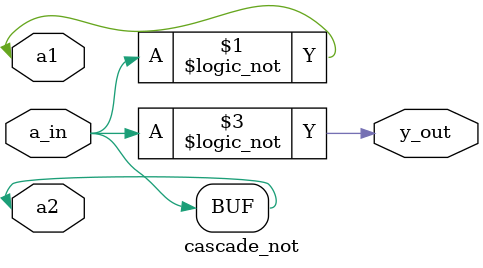
<source format=v>
`timescale 1ns / 1ps


module cascade_not(
    input a_in,
    output y_out,
    inout a1,a2
    );
    
    assign a1 = !a_in;
    assign a2 = !a1;
    assign y_out = !a2;
endmodule

</source>
